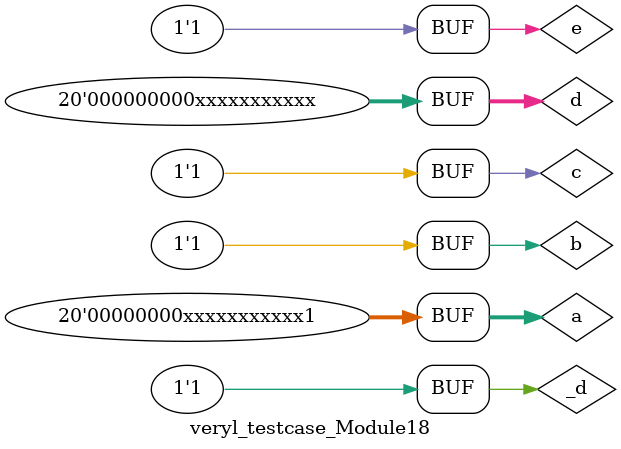
<source format=sv>
module veryl_testcase_Module18;
    logic [20-1:0] a;
    logic          b;
    logic          c; always_comb c = 1;

    always_comb a = {a[10:0], c};
    always_comb b = {{10{a[10:0]}}, {4{c}}};

    // multi-line concatenation
    logic _d; always_comb _d = {
        {8{a}}, {8{b}}, {8{c}},
        {8{a}}, {8{b}}, {8{c}},
        {8{a}}, {8{b}}, {8{c}},
        {8{a}}, {8{b}}, {8{c}},
        {8{a}}, {8{b}}, {8{c}},
        {8{a}}, {8{b}}, {8{c}},
        {8{a}}, {8{b}}, {8{c}}
    };

    logic [20-1:0] d;
    logic          e;
    always_comb {d, e} = a;
endmodule
//# sourceMappingURL=../map/testcases/sv/18_concatenation.sv.map

</source>
